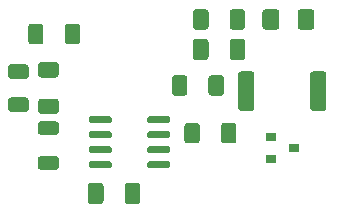
<source format=gbr>
%TF.GenerationSoftware,KiCad,Pcbnew,5.1.10-88a1d61d58~89~ubuntu20.04.1*%
%TF.CreationDate,2022-01-03T20:00:55+01:00*%
%TF.ProjectId,PowerBankAlwaysActive,506f7765-7242-4616-9e6b-416c77617973,rev?*%
%TF.SameCoordinates,Original*%
%TF.FileFunction,Paste,Top*%
%TF.FilePolarity,Positive*%
%FSLAX46Y46*%
G04 Gerber Fmt 4.6, Leading zero omitted, Abs format (unit mm)*
G04 Created by KiCad (PCBNEW 5.1.10-88a1d61d58~89~ubuntu20.04.1) date 2022-01-03 20:00:55*
%MOMM*%
%LPD*%
G01*
G04 APERTURE LIST*
%ADD10R,0.900000X0.800000*%
G04 APERTURE END LIST*
%TO.C,C2*%
G36*
G01*
X42457000Y-27860002D02*
X42457000Y-26559998D01*
G75*
G02*
X42706998Y-26310000I249998J0D01*
G01*
X43532002Y-26310000D01*
G75*
G02*
X43782000Y-26559998I0J-249998D01*
G01*
X43782000Y-27860002D01*
G75*
G02*
X43532002Y-28110000I-249998J0D01*
G01*
X42706998Y-28110000D01*
G75*
G02*
X42457000Y-27860002I0J249998D01*
G01*
G37*
G36*
G01*
X45582000Y-27860002D02*
X45582000Y-26559998D01*
G75*
G02*
X45831998Y-26310000I249998J0D01*
G01*
X46657002Y-26310000D01*
G75*
G02*
X46907000Y-26559998I0J-249998D01*
G01*
X46907000Y-27860002D01*
G75*
G02*
X46657002Y-28110000I-249998J0D01*
G01*
X45831998Y-28110000D01*
G75*
G02*
X45582000Y-27860002I0J249998D01*
G01*
G37*
%TD*%
%TO.C,D1*%
G36*
G01*
X28311000Y-32505000D02*
X27061000Y-32505000D01*
G75*
G02*
X26811000Y-32255000I0J250000D01*
G01*
X26811000Y-31505000D01*
G75*
G02*
X27061000Y-31255000I250000J0D01*
G01*
X28311000Y-31255000D01*
G75*
G02*
X28561000Y-31505000I0J-250000D01*
G01*
X28561000Y-32255000D01*
G75*
G02*
X28311000Y-32505000I-250000J0D01*
G01*
G37*
G36*
G01*
X28311000Y-29705000D02*
X27061000Y-29705000D01*
G75*
G02*
X26811000Y-29455000I0J250000D01*
G01*
X26811000Y-28705000D01*
G75*
G02*
X27061000Y-28455000I250000J0D01*
G01*
X28311000Y-28455000D01*
G75*
G02*
X28561000Y-28705000I0J-250000D01*
G01*
X28561000Y-29455000D01*
G75*
G02*
X28311000Y-29705000I-250000J0D01*
G01*
G37*
%TD*%
%TO.C,D2*%
G36*
G01*
X52746000Y-24045000D02*
X52746000Y-25295000D01*
G75*
G02*
X52496000Y-25545000I-250000J0D01*
G01*
X51571000Y-25545000D01*
G75*
G02*
X51321000Y-25295000I0J250000D01*
G01*
X51321000Y-24045000D01*
G75*
G02*
X51571000Y-23795000I250000J0D01*
G01*
X52496000Y-23795000D01*
G75*
G02*
X52746000Y-24045000I0J-250000D01*
G01*
G37*
G36*
G01*
X49771000Y-24045000D02*
X49771000Y-25295000D01*
G75*
G02*
X49521000Y-25545000I-250000J0D01*
G01*
X48596000Y-25545000D01*
G75*
G02*
X48346000Y-25295000I0J250000D01*
G01*
X48346000Y-24045000D01*
G75*
G02*
X48596000Y-23795000I250000J0D01*
G01*
X49521000Y-23795000D01*
G75*
G02*
X49771000Y-24045000I0J-250000D01*
G01*
G37*
%TD*%
D10*
%TO.C,Q1*%
X49038000Y-34610000D03*
X49038000Y-36510000D03*
X51038000Y-35560000D03*
%TD*%
%TO.C,R1*%
G36*
G01*
X29808000Y-25282999D02*
X29808000Y-26533001D01*
G75*
G02*
X29558001Y-26783000I-249999J0D01*
G01*
X28757999Y-26783000D01*
G75*
G02*
X28508000Y-26533001I0J249999D01*
G01*
X28508000Y-25282999D01*
G75*
G02*
X28757999Y-25033000I249999J0D01*
G01*
X29558001Y-25033000D01*
G75*
G02*
X29808000Y-25282999I0J-249999D01*
G01*
G37*
G36*
G01*
X32908000Y-25282999D02*
X32908000Y-26533001D01*
G75*
G02*
X32658001Y-26783000I-249999J0D01*
G01*
X31857999Y-26783000D01*
G75*
G02*
X31608000Y-26533001I0J249999D01*
G01*
X31608000Y-25282999D01*
G75*
G02*
X31857999Y-25033000I249999J0D01*
G01*
X32658001Y-25033000D01*
G75*
G02*
X32908000Y-25282999I0J-249999D01*
G01*
G37*
%TD*%
%TO.C,R2*%
G36*
G01*
X29600999Y-28280000D02*
X30851001Y-28280000D01*
G75*
G02*
X31101000Y-28529999I0J-249999D01*
G01*
X31101000Y-29330001D01*
G75*
G02*
X30851001Y-29580000I-249999J0D01*
G01*
X29600999Y-29580000D01*
G75*
G02*
X29351000Y-29330001I0J249999D01*
G01*
X29351000Y-28529999D01*
G75*
G02*
X29600999Y-28280000I249999J0D01*
G01*
G37*
G36*
G01*
X29600999Y-31380000D02*
X30851001Y-31380000D01*
G75*
G02*
X31101000Y-31629999I0J-249999D01*
G01*
X31101000Y-32430001D01*
G75*
G02*
X30851001Y-32680000I-249999J0D01*
G01*
X29600999Y-32680000D01*
G75*
G02*
X29351000Y-32430001I0J249999D01*
G01*
X29351000Y-31629999D01*
G75*
G02*
X29600999Y-31380000I249999J0D01*
G01*
G37*
%TD*%
%TO.C,R3*%
G36*
G01*
X46142000Y-33664999D02*
X46142000Y-34915001D01*
G75*
G02*
X45892001Y-35165000I-249999J0D01*
G01*
X45091999Y-35165000D01*
G75*
G02*
X44842000Y-34915001I0J249999D01*
G01*
X44842000Y-33664999D01*
G75*
G02*
X45091999Y-33415000I249999J0D01*
G01*
X45892001Y-33415000D01*
G75*
G02*
X46142000Y-33664999I0J-249999D01*
G01*
G37*
G36*
G01*
X43042000Y-33664999D02*
X43042000Y-34915001D01*
G75*
G02*
X42792001Y-35165000I-249999J0D01*
G01*
X41991999Y-35165000D01*
G75*
G02*
X41742000Y-34915001I0J249999D01*
G01*
X41742000Y-33664999D01*
G75*
G02*
X41991999Y-33415000I249999J0D01*
G01*
X42792001Y-33415000D01*
G75*
G02*
X43042000Y-33664999I0J-249999D01*
G01*
G37*
%TD*%
%TO.C,R4*%
G36*
G01*
X53766000Y-29308999D02*
X53766000Y-32159001D01*
G75*
G02*
X53516001Y-32409000I-249999J0D01*
G01*
X52615999Y-32409000D01*
G75*
G02*
X52366000Y-32159001I0J249999D01*
G01*
X52366000Y-29308999D01*
G75*
G02*
X52615999Y-29059000I249999J0D01*
G01*
X53516001Y-29059000D01*
G75*
G02*
X53766000Y-29308999I0J-249999D01*
G01*
G37*
G36*
G01*
X47666000Y-29308999D02*
X47666000Y-32159001D01*
G75*
G02*
X47416001Y-32409000I-249999J0D01*
G01*
X46515999Y-32409000D01*
G75*
G02*
X46266000Y-32159001I0J249999D01*
G01*
X46266000Y-29308999D01*
G75*
G02*
X46515999Y-29059000I249999J0D01*
G01*
X47416001Y-29059000D01*
G75*
G02*
X47666000Y-29308999I0J-249999D01*
G01*
G37*
%TD*%
%TO.C,R5*%
G36*
G01*
X45582000Y-25295001D02*
X45582000Y-24044999D01*
G75*
G02*
X45831999Y-23795000I249999J0D01*
G01*
X46632001Y-23795000D01*
G75*
G02*
X46882000Y-24044999I0J-249999D01*
G01*
X46882000Y-25295001D01*
G75*
G02*
X46632001Y-25545000I-249999J0D01*
G01*
X45831999Y-25545000D01*
G75*
G02*
X45582000Y-25295001I0J249999D01*
G01*
G37*
G36*
G01*
X42482000Y-25295001D02*
X42482000Y-24044999D01*
G75*
G02*
X42731999Y-23795000I249999J0D01*
G01*
X43532001Y-23795000D01*
G75*
G02*
X43782000Y-24044999I0J-249999D01*
G01*
X43782000Y-25295001D01*
G75*
G02*
X43532001Y-25545000I-249999J0D01*
G01*
X42731999Y-25545000D01*
G75*
G02*
X42482000Y-25295001I0J249999D01*
G01*
G37*
%TD*%
%TO.C,U1*%
G36*
G01*
X40534000Y-36807000D02*
X40534000Y-37107000D01*
G75*
G02*
X40384000Y-37257000I-150000J0D01*
G01*
X38734000Y-37257000D01*
G75*
G02*
X38584000Y-37107000I0J150000D01*
G01*
X38584000Y-36807000D01*
G75*
G02*
X38734000Y-36657000I150000J0D01*
G01*
X40384000Y-36657000D01*
G75*
G02*
X40534000Y-36807000I0J-150000D01*
G01*
G37*
G36*
G01*
X40534000Y-35537000D02*
X40534000Y-35837000D01*
G75*
G02*
X40384000Y-35987000I-150000J0D01*
G01*
X38734000Y-35987000D01*
G75*
G02*
X38584000Y-35837000I0J150000D01*
G01*
X38584000Y-35537000D01*
G75*
G02*
X38734000Y-35387000I150000J0D01*
G01*
X40384000Y-35387000D01*
G75*
G02*
X40534000Y-35537000I0J-150000D01*
G01*
G37*
G36*
G01*
X40534000Y-34267000D02*
X40534000Y-34567000D01*
G75*
G02*
X40384000Y-34717000I-150000J0D01*
G01*
X38734000Y-34717000D01*
G75*
G02*
X38584000Y-34567000I0J150000D01*
G01*
X38584000Y-34267000D01*
G75*
G02*
X38734000Y-34117000I150000J0D01*
G01*
X40384000Y-34117000D01*
G75*
G02*
X40534000Y-34267000I0J-150000D01*
G01*
G37*
G36*
G01*
X40534000Y-32997000D02*
X40534000Y-33297000D01*
G75*
G02*
X40384000Y-33447000I-150000J0D01*
G01*
X38734000Y-33447000D01*
G75*
G02*
X38584000Y-33297000I0J150000D01*
G01*
X38584000Y-32997000D01*
G75*
G02*
X38734000Y-32847000I150000J0D01*
G01*
X40384000Y-32847000D01*
G75*
G02*
X40534000Y-32997000I0J-150000D01*
G01*
G37*
G36*
G01*
X35584000Y-32997000D02*
X35584000Y-33297000D01*
G75*
G02*
X35434000Y-33447000I-150000J0D01*
G01*
X33784000Y-33447000D01*
G75*
G02*
X33634000Y-33297000I0J150000D01*
G01*
X33634000Y-32997000D01*
G75*
G02*
X33784000Y-32847000I150000J0D01*
G01*
X35434000Y-32847000D01*
G75*
G02*
X35584000Y-32997000I0J-150000D01*
G01*
G37*
G36*
G01*
X35584000Y-34267000D02*
X35584000Y-34567000D01*
G75*
G02*
X35434000Y-34717000I-150000J0D01*
G01*
X33784000Y-34717000D01*
G75*
G02*
X33634000Y-34567000I0J150000D01*
G01*
X33634000Y-34267000D01*
G75*
G02*
X33784000Y-34117000I150000J0D01*
G01*
X35434000Y-34117000D01*
G75*
G02*
X35584000Y-34267000I0J-150000D01*
G01*
G37*
G36*
G01*
X35584000Y-35537000D02*
X35584000Y-35837000D01*
G75*
G02*
X35434000Y-35987000I-150000J0D01*
G01*
X33784000Y-35987000D01*
G75*
G02*
X33634000Y-35837000I0J150000D01*
G01*
X33634000Y-35537000D01*
G75*
G02*
X33784000Y-35387000I150000J0D01*
G01*
X35434000Y-35387000D01*
G75*
G02*
X35584000Y-35537000I0J-150000D01*
G01*
G37*
G36*
G01*
X35584000Y-36807000D02*
X35584000Y-37107000D01*
G75*
G02*
X35434000Y-37257000I-150000J0D01*
G01*
X33784000Y-37257000D01*
G75*
G02*
X33634000Y-37107000I0J150000D01*
G01*
X33634000Y-36807000D01*
G75*
G02*
X33784000Y-36657000I150000J0D01*
G01*
X35434000Y-36657000D01*
G75*
G02*
X35584000Y-36807000I0J-150000D01*
G01*
G37*
%TD*%
%TO.C,C3*%
G36*
G01*
X33567000Y-40052002D02*
X33567000Y-38751998D01*
G75*
G02*
X33816998Y-38502000I249998J0D01*
G01*
X34642002Y-38502000D01*
G75*
G02*
X34892000Y-38751998I0J-249998D01*
G01*
X34892000Y-40052002D01*
G75*
G02*
X34642002Y-40302000I-249998J0D01*
G01*
X33816998Y-40302000D01*
G75*
G02*
X33567000Y-40052002I0J249998D01*
G01*
G37*
G36*
G01*
X36692000Y-40052002D02*
X36692000Y-38751998D01*
G75*
G02*
X36941998Y-38502000I249998J0D01*
G01*
X37767002Y-38502000D01*
G75*
G02*
X38017000Y-38751998I0J-249998D01*
G01*
X38017000Y-40052002D01*
G75*
G02*
X37767002Y-40302000I-249998J0D01*
G01*
X36941998Y-40302000D01*
G75*
G02*
X36692000Y-40052002I0J249998D01*
G01*
G37*
%TD*%
%TO.C,C1*%
G36*
G01*
X29575999Y-33294000D02*
X30876001Y-33294000D01*
G75*
G02*
X31126000Y-33543999I0J-249999D01*
G01*
X31126000Y-34194001D01*
G75*
G02*
X30876001Y-34444000I-249999J0D01*
G01*
X29575999Y-34444000D01*
G75*
G02*
X29326000Y-34194001I0J249999D01*
G01*
X29326000Y-33543999D01*
G75*
G02*
X29575999Y-33294000I249999J0D01*
G01*
G37*
G36*
G01*
X29575999Y-36244000D02*
X30876001Y-36244000D01*
G75*
G02*
X31126000Y-36493999I0J-249999D01*
G01*
X31126000Y-37144001D01*
G75*
G02*
X30876001Y-37394000I-249999J0D01*
G01*
X29575999Y-37394000D01*
G75*
G02*
X29326000Y-37144001I0J249999D01*
G01*
X29326000Y-36493999D01*
G75*
G02*
X29575999Y-36244000I249999J0D01*
G01*
G37*
%TD*%
%TO.C,R6*%
G36*
G01*
X40678000Y-30883000D02*
X40678000Y-29633000D01*
G75*
G02*
X40928000Y-29383000I250000J0D01*
G01*
X41728000Y-29383000D01*
G75*
G02*
X41978000Y-29633000I0J-250000D01*
G01*
X41978000Y-30883000D01*
G75*
G02*
X41728000Y-31133000I-250000J0D01*
G01*
X40928000Y-31133000D01*
G75*
G02*
X40678000Y-30883000I0J250000D01*
G01*
G37*
G36*
G01*
X43778000Y-30883000D02*
X43778000Y-29633000D01*
G75*
G02*
X44028000Y-29383000I250000J0D01*
G01*
X44828000Y-29383000D01*
G75*
G02*
X45078000Y-29633000I0J-250000D01*
G01*
X45078000Y-30883000D01*
G75*
G02*
X44828000Y-31133000I-250000J0D01*
G01*
X44028000Y-31133000D01*
G75*
G02*
X43778000Y-30883000I0J250000D01*
G01*
G37*
%TD*%
M02*

</source>
